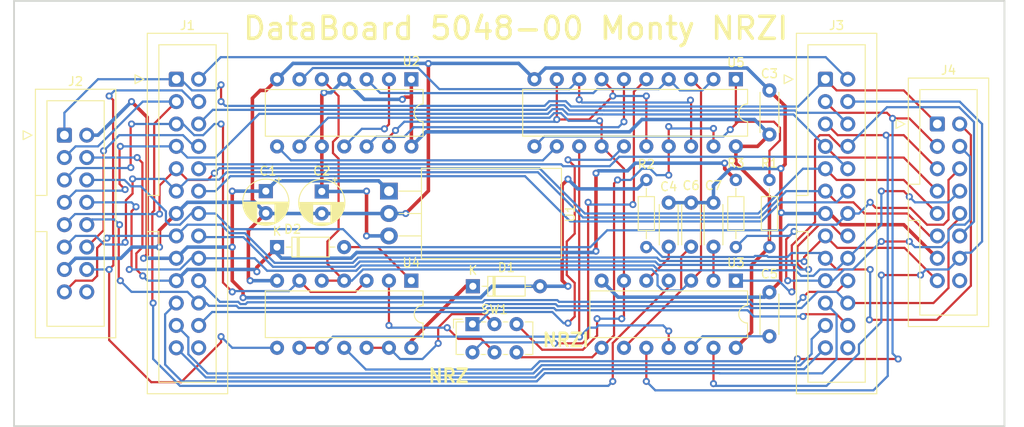
<source format=kicad_pcb>
(kicad_pcb (version 20221018) (generator pcbnew)

  (general
    (thickness 1.6)
  )

  (paper "A4")
  (layers
    (0 "F.Cu" signal)
    (31 "B.Cu" signal)
    (32 "B.Adhes" user "B.Adhesive")
    (33 "F.Adhes" user "F.Adhesive")
    (34 "B.Paste" user)
    (35 "F.Paste" user)
    (36 "B.SilkS" user "B.Silkscreen")
    (37 "F.SilkS" user "F.Silkscreen")
    (38 "B.Mask" user)
    (39 "F.Mask" user)
    (40 "Dwgs.User" user "User.Drawings")
    (41 "Cmts.User" user "User.Comments")
    (42 "Eco1.User" user "User.Eco1")
    (43 "Eco2.User" user "User.Eco2")
    (44 "Edge.Cuts" user)
    (45 "Margin" user)
    (46 "B.CrtYd" user "B.Courtyard")
    (47 "F.CrtYd" user "F.Courtyard")
    (48 "B.Fab" user)
    (49 "F.Fab" user)
    (50 "User.1" user)
    (51 "User.2" user)
    (52 "User.3" user)
    (53 "User.4" user)
    (54 "User.5" user)
    (55 "User.6" user)
    (56 "User.7" user)
    (57 "User.8" user)
    (58 "User.9" user)
  )

  (setup
    (pad_to_mask_clearance 0)
    (pcbplotparams
      (layerselection 0x00010fc_ffffffff)
      (plot_on_all_layers_selection 0x0000000_00000000)
      (disableapertmacros false)
      (usegerberextensions false)
      (usegerberattributes true)
      (usegerberadvancedattributes true)
      (creategerberjobfile true)
      (dashed_line_dash_ratio 12.000000)
      (dashed_line_gap_ratio 3.000000)
      (svgprecision 4)
      (plotframeref false)
      (viasonmask false)
      (mode 1)
      (useauxorigin false)
      (hpglpennumber 1)
      (hpglpenspeed 20)
      (hpglpendiameter 15.000000)
      (dxfpolygonmode true)
      (dxfimperialunits true)
      (dxfusepcbnewfont true)
      (psnegative false)
      (psa4output false)
      (plotreference true)
      (plotvalue true)
      (plotinvisibletext false)
      (sketchpadsonfab false)
      (subtractmaskfromsilk false)
      (outputformat 1)
      (mirror false)
      (drillshape 1)
      (scaleselection 1)
      (outputdirectory "")
    )
  )

  (net 0 "")
  (net 1 "Net-(U3B-ENABLE)")
  (net 2 "GND")
  (net 3 "Net-(U3D-ENABLE)")
  (net 4 "Net-(U3C-ENABLE)")
  (net 5 "Net-(U3A-ENABLE)")
  (net 6 "Net-(D1-K)")
  (net 7 "+12V")
  (net 8 "-12V")
  (net 9 "Net-(D2-A)")
  (net 10 "/1_1")
  (net 11 "/2_2")
  (net 12 "/1_3")
  (net 13 "/1_14")
  (net 14 "/1_5")
  (net 15 "/2_6")
  (net 16 "/1_7")
  (net 17 "/1_12")
  (net 18 "/1_9")
  (net 19 "/2_10")
  (net 20 "/1_11")
  (net 21 "/2_12")
  (net 22 "/1_6")
  (net 23 "/1_15")
  (net 24 "/2_16")
  (net 25 "unconnected-(J1-Pin_26-Pad26)")
  (net 26 "/1_8")
  (net 27 "/2_20")
  (net 28 "/2_21")
  (net 29 "/1_10")
  (net 30 "/2_23")
  (net 31 "/2_24")
  (net 32 "/2_25")
  (net 33 "/3_3")
  (net 34 "/3_14")
  (net 35 "/3_5")
  (net 36 "/3_12")
  (net 37 "/3_4")
  (net 38 "/3_+12V")
  (net 39 "+5V")
  (net 40 "Net-(U5A-~{CLR})")
  (net 41 "unconnected-(J2-Pin_16-Pad16)")
  (net 42 "unconnected-(J3-Pin_26-Pad26)")
  (net 43 "unconnected-(J4-Pin_16-Pad16)")
  (net 44 "Net-(U3A-OUT)")
  (net 45 "Net-(SW1A-C)")
  (net 46 "Net-(SW1B-C)")
  (net 47 "Net-(U3D-OUT)")
  (net 48 "Net-(SW1B-B)")
  (net 49 "Net-(SW1A-B)")
  (net 50 "Net-(U5A-J)")
  (net 51 "Net-(SW1B-A)")
  (net 52 "Net-(U5B-Q)")
  (net 53 "Net-(U5B-J)")
  (net 54 "Net-(U5B-C)")
  (net 55 "Net-(U5C-J)")
  (net 56 "Net-(SW1A-A)")
  (net 57 "Net-(U2-Pad11)")

  (footprint "Capacitor_THT:CP_Radial_D5.0mm_P2.50mm" (layer "F.Cu") (at 71.12 83.82 -90))

  (footprint "Package_TO_SOT_THT:TO-220-3_Horizontal_TabDown" (layer "F.Cu") (at 85.09 83.82 -90))

  (footprint "Package_DIP:DIP-20_W7.62mm" (layer "F.Cu") (at 124.46 71.12 -90))

  (footprint "Diode_THT:D_DO-35_SOD27_P7.62mm_Horizontal" (layer "F.Cu") (at 72.39 90.17))

  (footprint "Resistor_THT:R_Axial_DIN0204_L3.6mm_D1.6mm_P7.62mm_Horizontal" (layer "F.Cu") (at 114.3 90.17 90))

  (footprint "Button_Switch_THT:SW_E-Switch_EG1271_SPDT" (layer "F.Cu") (at 94.568 98.908))

  (footprint "Resistor_THT:R_Axial_DIN0204_L3.6mm_D1.6mm_P7.62mm_Horizontal" (layer "F.Cu") (at 128.27 90.17 90))

  (footprint "Connector_IDC:IDC-Header_2x08_P2.54mm_Vertical" (layer "F.Cu") (at 48.26 77.47))

  (footprint "Capacitor_THT:C_Disc_D4.3mm_W1.9mm_P5.00mm" (layer "F.Cu") (at 121.92 90.13 90))

  (footprint "Connector_IDC:IDC-Header_2x08_P2.54mm_Vertical" (layer "F.Cu") (at 147.32 76.2))

  (footprint "Resistor_THT:R_Axial_DIN0204_L3.6mm_D1.6mm_P7.62mm_Horizontal" (layer "F.Cu") (at 124.46 90.17 90))

  (footprint "Package_DIP:DIP-14_W7.62mm" (layer "F.Cu") (at 124.46 93.98 -90))

  (footprint "Package_DIP:DIP-14_W7.62mm" (layer "F.Cu") (at 87.635 71.13 -90))

  (footprint "Connector_IDC:IDC-Header_2x13_P2.54mm_Vertical" (layer "F.Cu") (at 134.62 71.12))

  (footprint "Capacitor_THT:CP_Radial_D5.0mm_P2.50mm" (layer "F.Cu") (at 77.47 83.86 -90))

  (footprint "Connector_IDC:IDC-Header_2x13_P2.54mm_Vertical" (layer "F.Cu") (at 60.96 71.12))

  (footprint "Capacitor_THT:C_Disc_D4.3mm_W1.9mm_P5.00mm" (layer "F.Cu") (at 128.27 100.29 90))

  (footprint "Capacitor_THT:C_Disc_D4.3mm_W1.9mm_P5.00mm" (layer "F.Cu") (at 119.38 90.13 90))

  (footprint "Capacitor_THT:C_Disc_D4.3mm_W1.9mm_P5.00mm" (layer "F.Cu") (at 128.27 77.39 90))

  (footprint "Capacitor_THT:C_Disc_D4.3mm_W1.9mm_P5.00mm" (layer "F.Cu") (at 116.84 90.13 90))

  (footprint "Package_DIP:DIP-14_W7.62mm" (layer "F.Cu") (at 87.63 93.98 -90))

  (footprint "Diode_THT:D_DO-35_SOD27_P7.62mm_Horizontal" (layer "F.Cu") (at 94.615 94.615))

  (gr_line (start 42.545 62.23) (end 154.94 62.23)
    (stroke (width 0.2) (type default)) (layer "Edge.Cuts") (tstamp 236500d0-87b2-4e7b-ab24-fb756a22f408))
  (gr_line (start 154.94 110.49) (end 42.545 110.49)
    (stroke (width 0.2) (type default)) (layer "Edge.Cuts") (tstamp 60a0f6a3-f99a-4c00-b626-700524b88cc3))
  (gr_line (start 154.94 62.23) (end 154.94 110.49)
    (stroke (width 0.2) (type default)) (layer "Edge.Cuts") (tstamp d39b8a0c-496e-4a83-9068-913552616643))
  (gr_line (start 42.545 110.49) (end 42.545 62.23)
    (stroke (width 0.2) (type default)) (layer "Edge.Cuts") (tstamp ddfdb600-84e5-4b23-aca4-e5730a28bb6d))
  (gr_text "NRZ" (at 89.408 105.664) (layer "F.SilkS") (tstamp 24331579-94d3-4ca1-982b-52b9ff910b3b)
    (effects (font (size 1.5 1.5) (thickness 0.3) bold) (justify left bottom))
  )
  (gr_text "DataBoard 5048-00 Monty NRZI" (at 68.326 66.802) (layer "F.SilkS") (tstamp aa742694-f761-49ab-b5f9-be6b2d578fb9)
    (effects (font (size 2.5 2.5) (thickness 0.4)) (justify left bottom))
  )
  (gr_text "NRZI" (at 102.362 101.6) (layer "F.SilkS") (tstamp ef8e9a76-c86b-4e54-b540-b083918e2b70)
    (effects (font (size 1.5 1.5) (thickness 0.3) bold) (justify left bottom))
  )

  (segment (start 116.84 90.13) (end 116.84 91.44) (width 0.25) (layer "F.Cu") (net 1) (tstamp 14391bda-5f06-4cbd-87ab-6c482afbd277))
  (segment (start 116.84 91.44) (end 114.3 93.98) (width 0.25) (layer "F.Cu") (net 1) (tstamp b5641a6e-c046-4d0e-b5a8-8b24fc63134a))
  (segment (start 136.398 87.63) (end 143.51 87.63) (width 0.4) (layer "F.Cu") (net 2) (tstamp 00d16c08-6d06-45e3-9221-66d5f318bdee))
  (segment (start 130.048 74.168) (end 130.048 80.772012) (width 0.4) (layer "F.Cu") (net 2) (tstamp 05ae4ec0-4c62-4fe7-a5f5-f1a00130acb6))
  (segment (start 71.12 86.32) (end 69.14 88.3) (width 0.4) (layer "F.Cu") (net 2) (tstamp 1662361d-2818-4869-945f-101b9e12ca97))
  (segment (start 143.51 87.63) (end 147.32 91.44) (width 0.4) (layer "F.Cu") (net 2) (tstamp 1ff3b8ce-bcb9-4f08-9835-6cb38e98509e))
  (segment (start 129.54 94.02) (end 129.54 86.347423) (width 0.4) (layer "F.Cu") (net 2) (tstamp 211e0246-ca24-4ed4-85fb-f4e2908e37db))
  (segment (start 86.995 86.36) (end 89.565969 83.789031) (width 0.4) (layer "F.Cu") (net 2) (tstamp 2f9cc0ae-c414-48f9-af8f-d918269fa140))
  (segment (start 89.565969 83.789031) (end 89.565969 69.342) (width 0.4) (layer "F.Cu") (net 2) (tstamp 3c44760a-a7eb-48bd-a5dd-fd1fb9f2337a))
  (segment (start 128.27 72.39) (end 130.048 74.168) (width 0.4) (layer "F.Cu") (net 2) (tstamp 3c487dcc-23ef-4ae3-a82e-4b7aabdfc8e7))
  (segment (start 60.96 86.36) (end 59.055 88.265) (width 0.4) (layer "F.Cu") (net 2) (tstamp 3d85fc3a-37e3-4b9e-bf31-50efc304f94d))
  (segment (start 128.27 95.29) (end 129.54 94.02) (width 0.4) (layer "F.Cu") (net 2) (tstamp 4220607b-79e1-4396-9264-4c6d9dcc6a96))
  (segment (start 129.54 86.36) (end 129.623594 86.276406) (width 0.4) (layer "F.Cu") (net 2) (tstamp 4404be32-1beb-4bbb-a6eb-9ffc1299079f))
  (segment (start 70.485 72.39) (end 69.596 73.279) (width 0.4) (layer "F.Cu") (net 2) (tstamp 4ad3ac46-4ca2-4b4b-b657-c944297b59e8))
  (segment (start 72.395 71.13) (end 71.135 72.39) (width 0.4) (layer "F.Cu") (net 2) (tstamp 606a25db-8207-4326-8b50-b008053aded6))
  (segment (start 134.62 86.36) (end 135.128 86.36) (width 0.4) (layer "F.Cu") (net 2) (tstamp 754d1e84-180d-4de3-8576-57a37ac3d7af))
  (segment (start 129.623594 86.276406) (end 129.623594 86.263829) (width 0.4) (layer "F.Cu") (net 2) (tstamp 82a10229-a926-4430-954d-c3923f26cec9))
  (segment (start 129.5695 81.250512) (end 129.5695 86.209735) (width 0.4) (layer "F.Cu") (net 2) (tstamp 83d3bb52-e6eb-4b4e-b3c8-b6d2916774c5))
  (segment (start 71.135 72.39) (end 70.485 72.39) (width 0.4) (layer "F.Cu") (net 2) (tstamp a9b42033-f031-429c-9186-d56e7a1fc82a))
  (segment (start 135.128 86.36) (end 136.398 87.63) (width 0.4) (layer "F.Cu") (net 2) (tstamp b351a7fd-2189-4691-84cd-3a10952f0e35))
  (segment (start 69.14 93.778) (end 69.342 93.98) (width 0.4) (layer "F.Cu") (net 2) (tstamp b5ad50e9-dd04-41d5-af23-87e152abf06d))
  (segment (start 69.596 84.796) (end 71.12 86.32) (width 0.4) (layer "F.Cu") (net 2) (tstamp b63b06c8-0102-46fe-8b40-1605ea6e3075))
  (segment (start 69.14 88.3) (end 69.14 93.778) (width 0.4) (layer "F.Cu") (net 2) (tstamp be5ff28a-2415-4416-a40c-4e6ebfa9cf07))
  (segment (start 129.5695 86.209735) (end 129.623594 86.263829) (width 0.4) (layer "F.Cu") (net 2) (tstamp cc566d45-be17-4967-92f2-58e5464c0c10))
  (segment (start 129.54 86.347423) (end 129.623594 86.263829) (width 0.4) (layer "F.Cu") (net 2) (tstamp d0606a0a-bde2-4e58-b3e8-3e2fb2182cac))
  (segment (start 69.596 73.279) (end 69.596 84.796) (width 0.4) (layer "F.Cu") (net 2) (tstamp edb34c73-fdcd-4959-b9cc-136b34b56afe))
  (segment (start 130.048 80.772012) (end 129.5695 81.250512) (width 0.4) (layer "F.Cu") (net 2) (tstamp ef81ec14-0620-4376-ae1e-ae61c6fe713b))
  (segment (start 59.055 88.265) (end 59.055 90.17) (width 0.4) (layer "F.Cu") (net 2) (tstamp feae3027-d95a-4268-bf15-5511eb27191c))
  (via (at 69.342 93.98) (size 0.8) (drill 0.4) (layers "F.Cu" "B.Cu") (net 2) (tstamp 1d263fcc-f9c3-47f2-9d43-0724ca477494))
  (via (at 129.623594 86.263829) (size 0.8) (drill 0.4) (layers "F.Cu" "B.Cu") (net 2) (tstamp 27e02c5e-6f8b-444c-a487-4318d89ffb6c))
  (via (at 59.055 90.17) (size 0.8) (drill 0.4) (layers "F.Cu" "B.Cu") (net 2) (tstamp 385e625d-4811-4bd9-874f-bac007fbdfc4))
  (via (at 89.565969 69.342) (size 0.8) (drill 0.4) (layers "F.Cu" "B.Cu") (net 2) (tstamp 56bc65ce-58cc-48d2-af26-0c3642a698a4))
  (via (at 129.5695 81.250512) (size 0.8) (drill 0.4) (layers "F.Cu" "B.Cu") (net 2) (tstamp 5c5ba19f-78f3-4347-8134-57f74885fe8c))
  (via (at 86.995 86.36) (size 0.8) (drill 0.4) (layers "F.Cu" "B.Cu") (net 2) (tstamp 85f26383-0e36-420a-abae-ea6f318c6138))
  (segment (start 62.23 85.09) (end 69.89 85.09) (width 0.4) (layer "B.Cu") (net 2) (tstamp 222bf90a-b62c-4470-98a7-bb8f56cfb5bd))
  (segment (start 77.47 86.36) (end 71.16 86.36) (width 0.4) (layer "B.Cu") (net 2) (tstamp 28ce8b78-1468-4ab8-a580-d3655e96a7a4))
  (segment (start 60.96 86.36) (end 62.23 85.09) (width 0.4) (layer "B.Cu") (net 2) (tstamp 3167ddd8-5fee-4d9e-b7f6-5d81eb2d5aef))
  (segment (start 121.92 85.13) (end 121.92 83.185) (width 0.4) (layer "B.Cu") (net 2) (tstamp 3331f353-63e5-40a5-9a32-22c0cfd5986b))
  (segment (start 123.854488 81.250512) (end 129.5695 81.250512) (width 0.4) (layer "B.Cu") (net 2) (tstamp 33e42926-b955-411d-b8d0-ae0a73244f41))
  (segment (start 101.6 71.12) (end 102.87 69.85) (width 0.4) (layer "B.Cu") (net 2) (tstamp 368ae8be-27b1-4ff3-b8da-d6ffb3d01d4d))
  (segment (start 99.805 69.325) (end 101.6 71.12) (width 0.4) (layer "B.Cu") (net 2) (tstamp 40820b11-8dfa-47c0-90e1-19bea7c50061))
  (segment (start 111.092129 95.852129) (end 127.707871 95.852129) (width 0.4) (layer "B.Cu") (net 2) (tstamp 5934ab0d-6083-4e8a-aa5a-1086319d39d3))
  (segment (start 125.73 69.85) (end 128.27 72.39) (width 0.4) (layer "B.Cu") (net 2) (tstamp 5ed6ec97-af29-488e-a0b8-f58cbb91a189))
  (segment (start 69.89 85.09) (end 71.12 86.32) (width 0.4) (layer "B.Cu") (net 2) (tstamp 61381b35-46bf-4180-8362-85a3a6dd7f14))
  (segment (start 55.929652 90.17) (end 54.659652 91.44) (width 0.4) (layer "B.Cu") (net 2) (tstamp 66653920-03f5-49b5-b5cc-9c3b5d715675))
  (segment (start 129.719765 86.36) (end 129.623594 86.263829) (width 0.4) (layer "B.Cu") (net 2) (tstamp 79fead6a-4a7f-4480-88cc-ed7f18d3941d))
  (segment (start 127.707871 95.852129) (end 128.27 95.29) (width 0.4) (layer "B.Cu") (net 2) (tstamp 7e9ac5d9-b3d6-46eb-8b94-75e63362ea4e))
  (segment (start 54.659652 91.44) (end 49.53 91.44) (width 0.4) (layer "B.Cu") (net 2) (tstamp 876d9649-768e-42c9-9e65-74840730cc64))
  (segment (start 121.92 83.185) (end 123.854488 81.250512) (width 0.4) (layer "B.Cu") (net 2) (tstamp 885a8ec8-10e3-4d4d-931f-183fda4577ea))
  (segment (start 72.395 71.13) (end 74.2 69.325) (width 0.4) (layer "B.Cu") (net 2) (tstamp 8f479943-8c2f-4b44-b5ea-1a7b2c16bcdf))
  (segment (start 74.2 69.325) (end 99.805 69.325) (width 0.4) (layer "B.Cu") (net 2) (tstamp 96fbbd5d-3a4f-48e1-b6d1-2f4f008565b6))
  (segment (start 134.62 86.36) (end 129.719765 86.36) (width 0.4) (layer "B.Cu") (net 2) (tstamp 9b2c4d26-50e5-4509-a229-715aa1f327f8))
  (segment (start 71.16 86.36) (end 71.12 86.32) (width 0.4) (layer "B.Cu") (net 2) (tstamp a299f77a-5e13-41d4-92f3-7715b3530019))
  (segment (start 102.87 69.85) (end 125.73 69.85) (width 0.4) (layer "B.Cu") (net 2) (tstamp b4018162-359b-4987-adc5-764ecacf133f))
  (segment (start 85.09 86.36) (end 86.995 86.36) (width 0.4) (layer "B.Cu") (net 2) (tstamp babdd3eb-e697-4165-8fe2-8ea344693fc9))
  (segment (start 72.39 93.98) (end 69.342 93.98) (width 0.4) (layer "B.Cu") (net 2) (tstamp c3f6bfd3-f1b2-46a6-b6f5-e1e1620d9e95))
  (segment (start 109.22 93.98) (end 111.092129 95.852129) (width 0.4) (layer "B.Cu") (net 2) (tstamp cd536b47-a94c-4e89-bf9d-931dc0b2fc42))
  (segment (start 49.53 91.44) (end 48.26 92.71) (width 0.4) (layer "B.Cu") (net 2) (tstamp d5b8acee-de61-446a-950c-be0623fb7c59))
  (segment (start 85.09 86.36) (end 77.47 86.36) (width 0.4) (layer "B.Cu") (net 2) (tstamp eb6d5513-da83-4270-afd2-39621247ecbe))
  (segment (start 59.055 90.17) (end 55.929652 90.17) (width 0.4) (layer "B.Cu") (net 2) (tstamp ef9b8cdd-9eb7-4570-bc6b-7ddc9ab2aff6))
  (segment (start 116.84 85.13) (end 121.92 85.13) (width 0.4) (layer "B.Cu") (net 2) (tstamp ff39eb4c-8152-4b30-ae92-71192f5ad43a))
  (segment (start 119.38 101.6) (end 120.69 100.29) (width 0.25) (layer "B.Cu") (net 3) (tstamp dcc4de1d-1d61-44fa-b68d-3bb366894fa5))
  (segment (start 120.69 100.29) (end 128.27 100.29) (width 0.25) (layer "B.Cu") (net 3) (tstamp dd6b7134-f076-4546-a450-361a920c2e3b))
  (segment (start 111.76 101.6) (end 118.255 95.105) (width 0.25) (layer "F.Cu") (net 4) (tstamp 095e3d9b-e20c-47ce-babd-368089ce6f8c))
  (segment (start 118.255 91.255) (end 119.38 90.13) (width 0.25) (layer "F.Cu") (net 4) (tstamp 594c15ed-bd4c-403e-be3f-66e31170879f))
  (segment (start 118.255 95.105) (end 118.255 91.255) (width 0.25) (layer "F.Cu") (net 4) (tstamp b31ec707-462e-45ec-b865-54c06851a28b))
  (segment (start 121.92 90.13) (end 121.92 93.98) (width 0.25) (layer "F.Cu") (net 5) (tstamp 08ec3b48-1534-4d8a-9730-0df295030e08))
  (segment (start 87.63 100.8) (end 93.815 94.615) (width 0.4) (layer "F.Cu") (net 6) (tstamp 0f8b9ee3-d8eb-4759-9ff5-93065636472c))
  (segment (start 93.815 94.615) (end 94.615 94.615) (width 0.4) (layer "F.Cu") (net 6) (tstamp c640b984-bd6d-49b9-beea-2421f66e2f95))
  (segment (start 87.63 101.6) (end 87.63 100.8) (width 0.4) (layer "F.Cu") (net 6) (tstamp deac1be9-57cb-46af-82f4-619a0c7aa714))
  (segment (start 67.31 90.17) (end 67.31 93.98) (width 0.4) (layer "F.Cu") (net 7) (tstamp 5be61762-68fb-46f4-adea-60b4ab6e6152))
  (segment (start 57.658 75.438) (end 57.658 91.022004) (width 0.4) (layer "F.Cu") (net 7) (tstamp 5c360ba2-08af-4256-9003-f25e95bef4c7))
  (segment (start 55.88 73.66) (end 57.658 75.438) (width 0.4) (layer "F.Cu") (net 7) (tstamp 70ae03b3-56ab-40e2-8532-843305e6f45d))
  (segment (start 67.31 93.98) (end 68.535291 95.205291) (width 0.4) (layer "F.Cu") (net 7) (tstamp 793c572d-8399-4b5d-8403-a8344fbbd5d6))
  (segment (start 57.658 91.022004) (end 57.24 91.440004) (width 0.4) (layer "F.Cu") (net 7) (tstamp 8ce6a0af-3f67-464a-a800-ee2e45884bcc))
  (segment (start 104.747 83.123) (end 105.41 82.46) (width 0.4) (layer "F.Cu") (net 7) (tstamp a494c771-f5d4-4321-9131-c49a78c0903c))
  (segment (start 104.747 93.952) (end 104.747 83.123) (width 0.4) (layer "F.Cu") (net 7) (tstamp b9d5ef57-e702-4bd8-963e-344d8ab46f48))
  (segment (start 105.41 94.615) (end 104.747 93.952) (width 0.4) (layer "F.Cu") (net 7) (tstamp d839c533-659d-4565-84b3-9506922f7b95))
  (segment (start 67.31 83.82) (end 67.31 90.17) (width 0.4) (layer "F.Cu") (net 7) (tstamp e101c712-c071-4b7b-ae06-7721a9f5a246))
  (segment (start 68.535291 95.205291) (end 68.535291 95.911) (width 0.4) (layer "F.Cu") (net 7) (tstamp ec47bc28-a702-49f5-b2e3-357beb914bfc))
  (via (at 105.41 82.46) (size 0.8) (drill 0.4) (layers "F.Cu" "B.Cu") (net 7) (tstamp 06dfd952-0bd3-4eac-ae90-cfbc41f4fc90))
  (via (at 55.88 73.66) (size 0.8) (drill 0.4) (layers "F.Cu" "B.Cu") (net 7) (tstamp 0e5c50ea-2a53-41b5-b481-96670eb8c209))
  (via (at 67.31 90.17) (size 0.8) (drill 0.4) (layers "F.Cu" "B.Cu") (net 7) (tstamp 34983573-255f-40f3-8bc5-eac4f97d9056))
  (via (at 68.535291 95.911) (size 0.8) (drill 0.4) (layers "F.Cu" "B.Cu") (net 7) (tstamp 40a7c94f-de72-4133-9306-c6f89989a4d9))
  (via (at 67.31 83.82) (size 0.8) (drill 0.4) (layers "F.Cu" "B.Cu") (net 7) (tstamp 45c3b58f-d411-4034-bf90-265f55880597))
  (via (at 57.24 91.440004) (size 0.8) (drill 0.4) (layers "F.Cu" "B.Cu") (net 7) (tstamp 80679d4f-6d32-4046-96cf-cfc2c3a97e2b))
  (via (at 105.41 94.615) (size 0.8) (drill 0.4) (layers "F.Cu" "B.Cu") (net 7) (tstamp c29e361f-1bda-4d9b-abbf-92025ee6625f))
  (segment (start 60.96 91.44) (end 62.23 90.17) (width 0.4) (layer "B.Cu") (net 7) (tstamp 05a36542-a3fe-444c-b70b-e13fc1bacc19))
  (segment (start 95.49335 95.911) (end 68.535291 95.911) (width 0.4) (layer "B.Cu") (net 7) (tstamp 061cc595-f48f-42c0-9333-3b46d5c95ce3))
  (segment (start 52.07 77.47) (end 55.88 73.66) (width 0.4) (layer "B.Cu") (net 7) (tstamp 3b250813-a5eb-4293-836a-316d6d6769d4))
  (segment (start 50.8 77.47) (end 52.07 77.47) (width 0.4) (layer "B.Cu") (net 7) (tstamp 5a72481a-0d0d-4074-b68a-4ba7d529637e))
  (segment (start 102.235 94.615) (end 105.41 94.615) (width 0.4) (layer "B.Cu") (net 7) (tstamp 796ba08c-6c72-4578-90da-342a44bfa2b6))
  (segment (start 113.284 83.566) (end 106.516 83.566) (width 0.4) (layer "B.Cu") (net 7) (tstamp 7e3f8196-a5f7-4628-bb73-9ae481481571))
  (segment (start 102.235 94.615) (end 96.78935 94.615) (width 0.4) (layer "B.Cu") (net 7) (tstamp 86050edb-b862-424c-a4dc-0287ac5579ea))
  (segment (start 72.29 82.65) (end 83.92 82.65) (width 0.4) (layer "B.Cu") (net 7) (tstamp 92723518-021b-47a1-8f3b-1965a7fc86fc))
  (segment (start 71.12 83.82) (end 67.31 83.82) (width 0.4) (layer "B.Cu") (net 7) (tstamp 9395a6d1-c9ed-4cc6-8705-1448122689eb))
  (segment (start 106.516 83.566) (end 105.41 82.46) (width 0.4) (layer "B.Cu") (net 7) (tstamp 97a9723d-a9e7-4fc3-95b2-a73222e482de))
  (segment (start 62.23 90.17) (end 67.31 90.17) (width 0.4) (layer "B.Cu") (net 7) (tstamp a099a9f2-a22e-4ca3-9339-f32dfb0d13ff))
  (segment (start 57.240004 91.44) (end 57.24 91.440004) (width 0.4) (layer "B.Cu") (net 7) (tstamp a940d308-0523-402b-bdc5-294e8caf0a81))
  (segment (start 96.78935 94.615) (end 95.49335 95.911) (width 0.4) (layer "B.Cu") (net 7) (tstamp bd0bcb7e-2393-4621-a9e3-467744084411))
  (segment (start 71.12 83.82) (end 72.29 82.65) (width 0.4) (layer "B.Cu") (net 7) (tstamp d4caaf5d-cd8c-4ce0-8370-5c5e23f30a14))
  (segment (start 60.96 91.44) (end 57.240004 91.44) (width 0.4) (layer "B.Cu") (net 7) (tstamp d57c6490-f167-45bb-929b-0ac2b814e9cd))
  (segment (start 83.92 82.65) (end 85.09 83.82) (width 0.4) (layer "B.Cu") (net 7) (tstamp d5dea03b-671a-4eb3-9ef8-37a8c307ab89))
  (segment (start 114.3 82.55) (end 113.284 83.566) (width 0.4) (layer "B.Cu") (net 7) (tstamp e433c162-88df-444b-a784-db77222f1425))
  (segment (start 108.585 81.788) (end 108.585 90.635) (width 0.4) (layer "F.Cu") (net 8) (tstamp 26d52999-d0cb-4267-96d3-bfc75cd0efe2))
  (segment (start 70.104 92.456) (end 70.104 92.964) (width 0.4) (layer "F.Cu") (net 8) (tstamp 43e3d9af-e2a1-4fd0-9fce-65a8af159f42))
  (segment (start 56.425 92.71) (end 57.15 93.435) (width 0.25) (layer "F.Cu") (net 8) (tstamp 49278c25-448d-42dd-8f69-eb6d70a2ebe5))
  (segment (start 57.113 80.608) (end 57.113 90.197695) (width 0.25) (layer "F.Cu") (net 8) (tstamp 51df0632-eaa2-4c4e-9858-c2f97c134bd1))
  (segment (start 56.515 80.01) (end 57.113 80.608) (width 0.25) (layer "F.Cu") (net 8) (tstamp 55914037-9879-439d-8ba2-f91d0b4572e9))
  (segment (start 72.39 90.17) (end 70.104 92.456) (width 0.4) (layer "F.Cu") (net 8) (tstamp 5615b12f-90bf-408f-a40d-25148a5144fc))
  (segment (start 123.19 81.28) (end 123.19 80.645) (width 0.4) (layer "F.Cu") (net 8) (tstamp 9a666861-5e5d-4dde-81e8-d07cdf5ff498))
  (segment (start 56.425 90.885695) (end 56.425 92.71) (width 0.25) (layer "F.Cu") (net 8) (tstamp a1e4cb59-eb67-458d-8e4b-06f701bfb7af))
  (segment (start 57.113 90.197695) (end 56.425 90.885695) (width 0.25) (layer "F.Cu") (net 8) (tstamp d50460c6-8986-4b54-b663-52cb3b4bb0cb))
  (segment (start 124.46 82.55) (end 123.19 81.28) (width 0.4) (layer "F.Cu") (net 8) (tstamp f254bc3b-1a4c-4995-bdfe-7555362dd912))
  (via (at 108.585 90.635) (size 0.8) (drill 0.4) (layers "F.Cu" "B.Cu") (net 8) (tstamp 9f94875f-e3a1-4789-8755-d7f57380d0e1))
  (via (at 56.515 80.01) (size 0.8) (drill 0.4) (layers "F.Cu" "B.Cu") (net 8) (tstamp ba5afc99-4481-402a-97a3-f38a7563bd87))
  (via (at 123.19 80.645) (size 0.8) (drill 0.4) (layers "F.Cu" "B.Cu") (net 8) (tstamp ce71dff5-f563-44e4-a287-f0299bb4ff5c))
  (via (at 108.585 81.788) (size 0.8) (drill 0.4) (layers "F.Cu" "B.Cu") (net 8) (tstamp d46bb84b-ba54-47b7-a027-dba8d9390dad))
  (via (at 57.15 93.435) (size 0.8) (drill 0.4) (layers "F.Cu" "B.Cu") (net 8) (tstamp df627581-6cd4-472b-a664-2d56ce29e4c9))
  (via (at 70.104 92.964) (size 0.8) (drill 0.4) (layers "F.Cu" "B.Cu") (net 8) (tstamp e9170ce2-b9db-47eb-98ef-af6be5efa15f))
  (segment (start 108.859 81.514) (end 108.585 81.788) (width 0.4) (layer "B.Cu") (net 8) (tstamp 052cc181-a5e2-4993-9f6b-e62e42ec9a42))
  (segment (start 60.96 93.98) (end 62.23 92.71) (width 0.4) (layer "B.Cu") (net 8) (tstamp 0f1fbd3f-83a5-43a9-a38e-08543dd02183))
  (segment (start 72.888 91.43) (end 80.782 91.43) (width 0.4) (layer "B.Cu") (net 8) (tstamp 3da6b890-975f-41d1-b99a-3aca477b0360))
  (segment (start 50.8 80.01) (end 55.635305 80.01) (width 0.25) (layer "B.Cu") (net 8) (tstamp 3fe10ffc-0e91-42fb-913c-5c666b29aea9))
  (segment (start 60.96 93.98) (end 57.695 93.98) (width 0.25) (layer "B.Cu") (net 8) (tstamp 594027b9-37f3-41e5-be0a-7f5af6383770))
  (segment (start 80.782 91.43) (end 81.432 90.78) (width 0.4) (layer "B.Cu") (net 8) (tstamp 5bf9a232-9d9e-42de-ac76-68a353fae386))
  (segment (start 62.23 92.71) (end 69.85 92.71) (width 0.4) (layer "B.Cu") (net 8) (tstamp ae971564-e2d1-4b8f-8919-e43b0b337695))
  (segment (start 108.44 90.78) (end 108.585 90.635) (width 0.4) (layer "B.Cu") (net 8) (tstamp b56fee6e-defd-412f-8275-cc1c33aeb2ed))
  (segment (start 81.432 90.78) (end 108.44 90.78) (width 0.4) (layer "B.Cu") (net 8) (tstamp c60ba265-04c5-4a84-b627-8961ddf96f7c))
  (segment (start 69.85 92.71) (end 70.104 92.964) (width 0.4) (layer "B.Cu") (net 8) (tstamp c8ce3922-9ea3-47c7-b1d6-8e6a1c6518af))
  (segment (start 72.39 90.17) (end 72.39 90.932) (width 0.4) (layer "B.Cu") (net 8) (tstamp e29c4c88-9ab2-481c-a75f-27cfa2e3e3d3))
  (segment (start 112.162396 81.514) (end 108.859 81.514) (width 0.4) (layer "B.Cu") (net 8) (tstamp e4f8df62-5394-4af7-83c9-2d2635bedaeb))
  (segment (start 123.19 80.645) (end 113.031396 80.645) (width 0.4) (layer "B.Cu") (net 8) (tstamp e6d30ae2-5648-4cc9-9f1c-437dc460c6a2))
  (segment (start 113.031396 80.645) (end 112.162396 81.514) (width 0.4) (layer "B.Cu") (net 8) (tstamp e7cbfad2-eeea-4c57-bbcb-baf92701a5ed))
  (segment (start 57.695 93.98) (end 57.15 93.435) (width 0.25) (layer "B.Cu") (net 8) (tstamp e86fa7f6-e0ac-4c5d-b566-15b85dba13aa))
  (segment (start 55.635305 80.01) (end 56.515 80.01) (width 0.25) (layer "B.Cu") (net 8) (tstamp ef4de772-0c2a-4357-9a34-9551f7f276ba))
  (segment (start 72.39 90.932) (end 72.888 91.43) (width 0.4) (layer "B.Cu") (net 8) (tstamp fddf7f46-a554-48d1-bf86-5bc68f6a23fd))
  (segment (start 83.82 90.17) (end 87.63 93.98) (width 0.25) (layer "F.Cu") (net 9) (tstamp 5ccaa9c1-fe64-44da-95b8-65dcd20a79a3))
  (segment (start 80.01 90.17) (end 83.82 90.17) (width 0.25) (layer "F.Cu") (net 9) (tstamp 8a119305-b506-4286-933d-6ee99411eadb))
  (segment (start 143.51 72.39) (end 147.32 76.2) (width 0.25) (layer "F.Cu") (net 10) (tstamp ba15e8f9-da8f-487b-a1a7-10c9b1bdb988))
  (segment (start 134.62 71.12) (end 135.89 72.39) (width 0.25) (layer "F.Cu") (net 10) (tstamp dad23168-4aa9-43ec-9c45-13f34d0648b3))
  (segment (start 66.04 73.66) (end 66.04 71.755) (width 0.25) (layer "F.Cu") (net 10) (tstamp dd0e6b4b-d2aa-4ae9-a251-8f8631f77f43))
  (segment (start 135.89 72.39) (end 143.51 72.39) (width 0.25) (layer "F.Cu") (net 10) (tstamp e785980f-2259-4358-bb2e-f08a332f9e11))
  (via (at 66.04 73.66) (size 0.8) (drill 0.4) (layers "F.Cu" "B.Cu") (net 10) (tstamp 1439c428-a1f5-4f34-bb62-30ea33142f5f))
  (via (at 66.04 71.755) (size 0.8) (drill 0.4) (layers "F.Cu" "B.Cu") (net 10) (tstamp e747a8cd-113c-4f27-a720-fc75d6160a89))
  (segment (start 134.62 71.12) (end 131.52 74.22) (width 0.25) (layer "B.Cu") (net 10) (tstamp 13395d04-1fbb-497f-9ce6-b975763f1b9d))
  (segment (start 60.96 71.12) (end 52.07 71.12) (width 0.25) (layer "B.Cu") (net 10) (tstamp 33b3dbcd-da4d-494b-bf9d-6b5bdf902038))
  (segment (start 103.280507 73.617) (end 102.751507 74.146) (width 0.25) (layer "B.Cu") (net 10) (tstamp 3a60162e-4ccd-4b7e-9a35-5c0c9ead7c16))
  (segment (start 109.665738 74.215) (end 105.759231 74.215) (width 0.25) (layer "B.Cu") (net 10) (tstamp 58ac3c0f-77a4-4c22-a70e-2ea0004f121d))
  (segment (start 48.26 74.93) (end 48.26 77.47) (width 0.25) (layer "B.Cu") (net 10) (tstamp 6468feb2-06ed-4e00-a7c3-d79977089512))
  (segment (start 105.161231 73.617) (end 103.280507 73.617) (width 0.25) (layer "B.Cu") (net 10) (tstamp 6959eb10-147c-4bc5-b737-b4231ac20f8b))
  (segment (start 131.52 74.22) (end 109.670738 74.22) (width 0.25) (layer "B.Cu") (net 10) (tstamp 6c800f4c-1d48-4455-b413-a3765d7de6e4))
  (segment (start 102.751507 74.146) (end 66.526 74.146) (width 0.25) (layer "B.Cu") (net 10) (tstamp 8ed2ac05-e6b5-4536-8f24-3173b9decc7d))
  (segment (start 52.07 71.12) (end 48.26 74.93) (width 0.25) (layer "B.Cu") (net 10) (tstamp 92af323f-e5dd-4cac-a4d8-8bacf4c2d01d))
  (segment (start 105.759231 74.215) (end 105.161231 73.617) (width 0.25) (layer "B.Cu") (net 10) (tstamp 95cc2a7f-20d3-4be1-867c-1d5f90bcf937))
  (segment (start 66.04 71.755) (end 65.405 72.39) (width 0.25) (layer "B.Cu") (net 10) (tstamp c3333dfc-b3da-421a-8798-5624538ff2fd))
  (segment (start 66.526 74.146) (end 66.04 73.66) (width 0.25) (layer "B.Cu") (net 10) (tstamp c7201937-bcd0-4930-b42b-f96cacb36845))
  (segment (start 65.405 72.39) (end 62.738 72.39) (width 0.25) (layer "B.Cu") (net 10) (tstamp e881218e-2775-421f-8b40-089f4f0fc6a0))
  (segment (start 61.468 71.12) (end 60.96 71.12) (width 0.25) (layer "B.Cu") (net 10) (tstamp ec17b390-81a0-4a9d-aae0-57fa76d38f1d))
  (segment (start 62.738 72.39) (end 61.468 71.12) (width 0.25) (layer "B.Cu") (net 10) (tstamp ef5c90ce-b78e-4020-86d9-9e09372493d8))
  (segment (start 109.670738 74.22) (end 109.665738 74.215) (width 0.25) (layer "B.Cu") (net 10) (tstamp feba8220-eefb-40bb-9e2f-952f0088f9b8))
  (segment (start 134.657 68.617) (end 66.003 68.617) (width 0.25) (layer "B.Cu") (net 11) (tstamp 276a91dd-f4c1-4954-b882-a7334a40d022))
  (segment (start 137.16 71.12) (end 134.657 68.617) (width 0.25) (layer "B.Cu") (net 11) (tstamp 53b63a27-616e-45c5-b9d3-e14d4819238b))
  (segment (start 66.003 68.617) (end 63.5 71.12) (width 0.25) (layer "B.Cu") (net 11) (tstamp f2a55ec9-12ee-4b67-bcdd-abd40bd29284))
  (segment (start 58.45 76.17) (end 58.45 86.026471) (width 0.25) (layer "F.Cu") (net 12) (tstamp 25b84d66-8878-44b6-b3c0-65a8cf814f99))
  (segment (start 116.84 93.98) (end 116.84 94.712061) (width 0.25) (layer "F.Cu") (net 12) (tstamp 28e64e19-b7eb-4476-9d48-5b4c0ecff5f6))
  (segment (start 58.45 86.026471) (end 58.24 86.236472) (width 0.25) (layer "F.Cu") (net 12) (tstamp 41304e71-e4f4-44c6-bac7-ee00a7e89352))
  (segment (start 58.24 86.236472) (end 58.24 96.43) (width 0.25) (layer "F.Cu") (net 12) (tstamp 475416bc-94f3-493a-adf1-cedc23c9c9f3))
  (segment (start 116.84 94.712061) (end 110.48999 101.062071) (width 0.25) (layer "F.Cu") (net 12) (tstamp 657e08ee-06eb-4cab-8201-68243135781f))
  (segment (start 60.96 73.66) (end 58.45 76.17) (width 0.25) (layer "F.Cu") (net 12) (tstamp 6b0f556d-5a87-4f38-99b3-e8b1134dea7d))
  (segment (start 110.48999 101.062071) (end 110.48999 105.41) (width 0.25) (layer "F.Cu") (net 12) (tstamp 957423bc-5015-46b1-b870-009c17d1be93))
  (segment (start 58.24 96.43) (end 58.33 96.52) (width 0.25) (layer "F.Cu") (net 12) (tstamp f16df209-11f9-436b-bbf4-1fd6c0cf6a33))
  (via (at 110.48999 105.41) (size 0.8) (drill 0.4) (layers "F.Cu" "B.Cu") (net 12) (tstamp 36e2cd37-3470-43da-a70f-334b4274c6fa))
  (via (at 58.33 96.52) (size 0.8) (drill 0.4) (layers "F.Cu" "B.Cu") (net 12) (tstamp 9f2bbee4-f6eb-49fe-86aa-9e73ab1d0f70))
  (segment (start 57.15 73.66) (end 60.96 73.66) (width 0.25) (layer "B.Cu") (net 12) (tstamp 0a521ee7-223a-46f3-8f18-e249f9471419))
  (segment (start 58.33 102.87) (end 58.33 96.52) (width 0.25) (layer "B.Cu") (net 12) (tstamp 25886a1d-d489-465f-9f72-9451cf6d0315))
  (segment (start 49.53 78.74) (end 52.07 78.74) (width 0.25) (layer "B.Cu") (net 12) (tstamp 7309a6e2-86f0-4a66-a1d0-4100f09b3201))
  (segment (start 110.48999 105.41) (end 109.98199 105.918) (width 0.25) (layer "B.Cu") (net 12) (tstamp 79d84cb3-2b10-4e23-80cd-24bf08fa5e69))
  (segment (start 109.98199 105.918) (end 61.378 105.918) (width 0.25) (layer "B.Cu") (net 12) (tstamp 7d2c4a9a-2766-4e6b-9027-fb956f03c5b9))
  (segment (start 48.26 80.01) (end 49.53 78.74) (width 0.25) (layer "B.Cu") (net 12) (tstamp c77c1416-0cfa-476a-8faf-ed4155526fef))
  (segment (start 52.07 78.74) (end 57.15 73.66) (width 0.25) (layer "B.Cu") (net 12) (tstamp cf98ccb3-b74f-4e91-8e79-21f282544339))
  (segment (start 61.378 105.918) (end 58.33 102.87) (width 0.25) (layer "B.Cu") (net 12) (tstamp d0bc0343-1385-4df7-a84b-17a449a8b55a))
  (segment (start 53.811 88.853695) (end 53.811 92.239) (width 0.25) (layer "F.Cu") (net 13) (tstamp 076bcde9-2711-400b-869d-c56ed9e3d141))
  (segment (start 53.79 88.832695) (end 53.811 88.853695) (width 0.25) (layer "F.Cu") (net 13) (tstamp 29910716-7910-485f-9aef-b7202398c5ef))
  (segment (start 61.505 105.5) (end 66.04 100.965) (width 0.25) (layer "F.Cu") (net 13) (tstamp 2d8397dd-35c0-4175-a329-d0ca34284526))
  (segment (start 53.34 100.720305) (end 58.119695 105.5) (width 0.25) (layer "F.Cu") (net 13) (tstamp 67712421-688b-4a3f-9a21-75f46ecc5de4))
  (segment (start 53.811 92.239) (end 53.34 92.71) (width 0.25) (layer "F.Cu") (net 13) (tstamp 7ec78051-7d1e-43c0-a5ee-c39f4ea668b0))
  (segment (start 58.119695 105.5) (end 61.505 105.5) (width 0.25) (layer "F.Cu") (net 13) (tstamp 890bd5f3-3c80-473c-b5f0-bbab46ffee4f))
  (segment (start 53.79 73.475) (end 53.79 88.832695) (width 0.25) (layer "F.Cu") (net 13) (tstamp af66206c-4a95-4b23-b8bb-009e2d0d5ba3))
  (segment (start 66.04 100.965) (end 66.04 100.33) (width 0.25) (layer "F.Cu") (net 13) (tstamp b5f47b5c-1545-4693-a233-6c7f1516574b))
  (segment (start 53.34 92.71) (end 53.34 100.720305) (width 0.25) (layer "F.Cu") (net 13) (tstamp bc956ddf-b6fd-4ebd-ba0e-d82ee6f8b4e5))
  (segment (start 53.34 73.025) (end 53.79 73.475) (width 0.25) (layer "F.Cu") (net 13) (tstamp bd924a10-966c-4e75-8667-90a4d64559e2))
  (via (at 53.34 73.025) (size 0.8) (drill 0.4) (layers "F.Cu" "B.Cu") (net 13) (tstamp 17484b43-2202-4a65-acd0-0f18e60a24b3))
  (via (at 66.04 100.33) (size 0.8) (drill 0.4) (layers "F.Cu" "B.Cu") (net 13) (tstamp 724b0568-e067-4648-8882-9f4421a4fca7))
  (via (at 53.34 92.71) (size 0.8) (drill 0.4) (layers "F.Cu" "B.Cu") (net 13) (tstamp 99ce999a-487b-4789-82a7-0b3f6adac4d1))
  (segment (start 62.865 73.66) (end 61.595 72.39) (width 0.25) (layer "B.Cu") (net 13) (tstamp 2e2eb168-befc-4d2d-86be-f774dfa1c7a8))
  (segment (start 53.34 92.71) (end 50.8 92.71) (width 0.25) (layer "B.Cu") (net 13) (tstamp 86459def-de61-4c35-b95d-d4c1b21dc302))
  (segment (start 63.5 73.66) (end 62.865 73.66) (width 0.25) (layer "B.Cu") (net 13) (tstamp 88d6684c-0936-4a03-9381-b72705606cf2))
  (segment (start 72.39 101.6) (end 67.31 101.6) (width 0.25) (layer "B.Cu") (net 13) (tstamp 9968016f-7310-4ef3-9599-95a12
... [90847 chars truncated]
</source>
